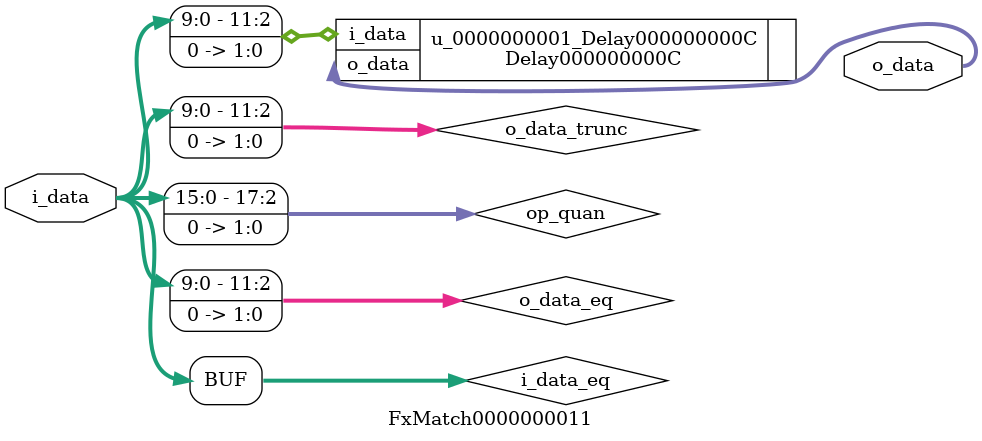
<source format=v>
 module FxMatch0000000011 (
     i_data, o_data
 );
 input wire [16-1:0] i_data;     // Input data
 output wire [12-1:0] o_data;   // Output data
 //
 wire [16-1:0] i_data_eq;
 assign i_data_eq = i_data;
 wire [12-1:0] o_data_eq;
 // Quantization Stage
 // Pad extra LSB bits with 0
 wire [18-1:0] op_quan; // Quantization output
 assign op_quan = {i_data_eq, {2{1'b0}}};
 // Overflow Stage
 // Overflow protection
 assign o_data_eq = op_quan[12-1:0];
 wire [12-1:0] o_data_trunc;
 assign o_data_trunc = o_data_eq;
Delay000000000C  u_0000000001_Delay000000000C(.i_data(o_data_trunc), .o_data(o_data));
 endmodule

</source>
